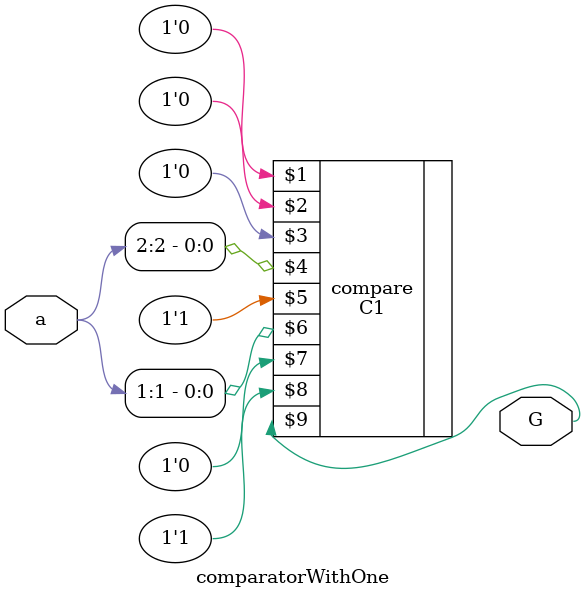
<source format=v>
`timescale 1ns/1ns
module comparatorWithOne(input[2:0] a, output G);


C1 compare( 1'b0, 1'b0, 1'b0, a[2], 1'b1, a[1], 1'b0, 1'b1, G);// all 1'b0 are don't care


//C1(input A0, A1, SA, B0, B1, SB, S0, S1, output F);
endmodule
</source>
